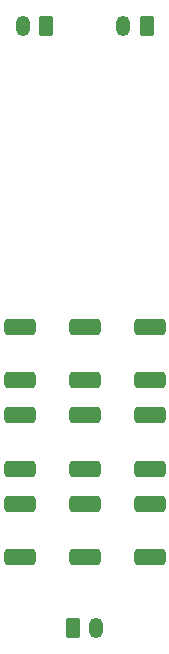
<source format=gbr>
%TF.GenerationSoftware,KiCad,Pcbnew,(6.0.2)*%
%TF.CreationDate,2022-02-16T12:52:40-05:00*%
%TF.ProjectId,aquabotsBMSModule,61717561-626f-4747-9342-4d534d6f6475,rev?*%
%TF.SameCoordinates,Original*%
%TF.FileFunction,Soldermask,Bot*%
%TF.FilePolarity,Negative*%
%FSLAX46Y46*%
G04 Gerber Fmt 4.6, Leading zero omitted, Abs format (unit mm)*
G04 Created by KiCad (PCBNEW (6.0.2)) date 2022-02-16 12:52:40*
%MOMM*%
%LPD*%
G01*
G04 APERTURE LIST*
G04 Aperture macros list*
%AMRoundRect*
0 Rectangle with rounded corners*
0 $1 Rounding radius*
0 $2 $3 $4 $5 $6 $7 $8 $9 X,Y pos of 4 corners*
0 Add a 4 corners polygon primitive as box body*
4,1,4,$2,$3,$4,$5,$6,$7,$8,$9,$2,$3,0*
0 Add four circle primitives for the rounded corners*
1,1,$1+$1,$2,$3*
1,1,$1+$1,$4,$5*
1,1,$1+$1,$6,$7*
1,1,$1+$1,$8,$9*
0 Add four rect primitives between the rounded corners*
20,1,$1+$1,$2,$3,$4,$5,0*
20,1,$1+$1,$4,$5,$6,$7,0*
20,1,$1+$1,$6,$7,$8,$9,0*
20,1,$1+$1,$8,$9,$2,$3,0*%
G04 Aperture macros list end*
%ADD10RoundRect,0.250000X-0.350000X-0.625000X0.350000X-0.625000X0.350000X0.625000X-0.350000X0.625000X0*%
%ADD11O,1.200000X1.750000*%
%ADD12RoundRect,0.250000X0.350000X0.625000X-0.350000X0.625000X-0.350000X-0.625000X0.350000X-0.625000X0*%
%ADD13RoundRect,0.250000X-1.075000X0.425000X-1.075000X-0.425000X1.075000X-0.425000X1.075000X0.425000X0*%
G04 APERTURE END LIST*
D10*
%TO.C,POWER1*%
X129000000Y-100000000D03*
D11*
X131000000Y-100000000D03*
%TD*%
D12*
%TO.C,RX1*%
X126750000Y-49000000D03*
D11*
X124750000Y-49000000D03*
%TD*%
D12*
%TO.C,TX1*%
X135250000Y-49000000D03*
D11*
X133250000Y-49000000D03*
%TD*%
D13*
%TO.C,R32*%
X124500000Y-82000000D03*
X124500000Y-86500000D03*
%TD*%
%TO.C,R39*%
X135500000Y-74500000D03*
X135500000Y-79000000D03*
%TD*%
%TO.C,R33*%
X124500000Y-74500000D03*
X124500000Y-79000000D03*
%TD*%
%TO.C,R31*%
X124500000Y-89500000D03*
X124500000Y-94000000D03*
%TD*%
%TO.C,R36*%
X130000000Y-74500000D03*
X130000000Y-79000000D03*
%TD*%
%TO.C,R38*%
X135500000Y-82000000D03*
X135500000Y-86500000D03*
%TD*%
%TO.C,R35*%
X130000000Y-82000000D03*
X130000000Y-86500000D03*
%TD*%
%TO.C,R34*%
X130000000Y-89500000D03*
X130000000Y-94000000D03*
%TD*%
%TO.C,R37*%
X135500000Y-89500000D03*
X135500000Y-94000000D03*
%TD*%
M02*

</source>
